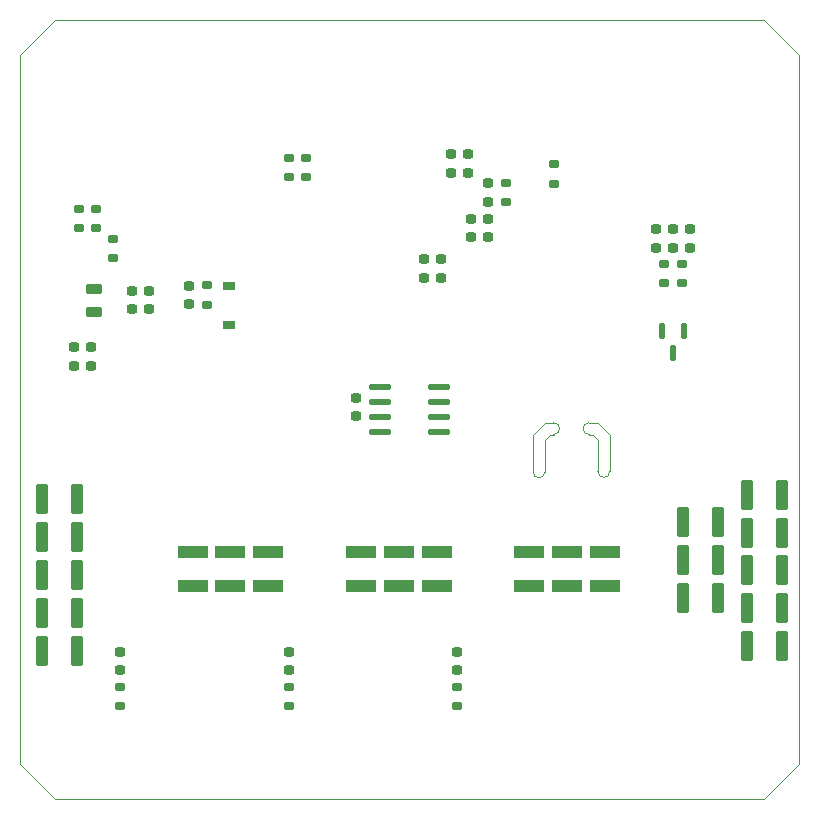
<source format=gbp>
%TF.GenerationSoftware,KiCad,Pcbnew,(5.99.0-10830-g25678ee00d)*%
%TF.CreationDate,2021-08-24T11:38:22+02:00*%
%TF.ProjectId,OpenTurn,4f70656e-5475-4726-9e2e-6b696361645f,rev?*%
%TF.SameCoordinates,Original*%
%TF.FileFunction,Paste,Bot*%
%TF.FilePolarity,Positive*%
%FSLAX46Y46*%
G04 Gerber Fmt 4.6, Leading zero omitted, Abs format (unit mm)*
G04 Created by KiCad (PCBNEW (5.99.0-10830-g25678ee00d)) date 2021-08-24 11:38:22*
%MOMM*%
%LPD*%
G01*
G04 APERTURE LIST*
G04 Aperture macros list*
%AMRoundRect*
0 Rectangle with rounded corners*
0 $1 Rounding radius*
0 $2 $3 $4 $5 $6 $7 $8 $9 X,Y pos of 4 corners*
0 Add a 4 corners polygon primitive as box body*
4,1,4,$2,$3,$4,$5,$6,$7,$8,$9,$2,$3,0*
0 Add four circle primitives for the rounded corners*
1,1,$1+$1,$2,$3*
1,1,$1+$1,$4,$5*
1,1,$1+$1,$6,$7*
1,1,$1+$1,$8,$9*
0 Add four rect primitives between the rounded corners*
20,1,$1+$1,$2,$3,$4,$5,0*
20,1,$1+$1,$4,$5,$6,$7,0*
20,1,$1+$1,$6,$7,$8,$9,0*
20,1,$1+$1,$8,$9,$2,$3,0*%
G04 Aperture macros list end*
%TA.AperFunction,Profile*%
%ADD10C,0.050000*%
%TD*%
%ADD11RoundRect,0.175000X-0.250000X0.175000X-0.250000X-0.175000X0.250000X-0.175000X0.250000X0.175000X0*%
%ADD12RoundRect,0.200000X0.225000X-0.200000X0.225000X0.200000X-0.225000X0.200000X-0.225000X-0.200000X0*%
%ADD13RoundRect,0.225000X-0.450000X0.225000X-0.450000X-0.225000X0.450000X-0.225000X0.450000X0.225000X0*%
%ADD14RoundRect,0.200000X-0.225000X0.200000X-0.225000X-0.200000X0.225000X-0.200000X0.225000X0.200000X0*%
%ADD15RoundRect,0.125000X0.800000X0.125000X-0.800000X0.125000X-0.800000X-0.125000X0.800000X-0.125000X0*%
%ADD16RoundRect,0.228261X1.071739X-0.296739X1.071739X0.296739X-1.071739X0.296739X-1.071739X-0.296739X0*%
%ADD17RoundRect,0.228261X-0.296739X-1.071739X0.296739X-1.071739X0.296739X1.071739X-0.296739X1.071739X0*%
%ADD18RoundRect,0.175000X0.250000X-0.175000X0.250000X0.175000X-0.250000X0.175000X-0.250000X-0.175000X0*%
%ADD19RoundRect,0.228261X0.296739X1.071739X-0.296739X1.071739X-0.296739X-1.071739X0.296739X-1.071739X0*%
%ADD20RoundRect,0.125000X-0.125000X0.562500X-0.125000X-0.562500X0.125000X-0.562500X0.125000X0.562500X0*%
%ADD21R,1.100000X0.800000*%
G04 APERTURE END LIST*
D10*
X94000000Y-157000000D02*
X93999999Y-97000000D01*
X156999999Y-94000000D02*
X96999999Y-94000000D01*
X139200002Y-129125000D02*
X138874998Y-129125000D01*
X143950000Y-129150000D02*
X142925000Y-128125000D01*
X142199998Y-129125000D02*
X142525000Y-129125000D01*
X156999999Y-94000000D02*
X160000000Y-97000000D01*
X142925000Y-128125000D02*
X142200002Y-128125000D01*
X138874998Y-129125000D02*
X138449998Y-129550000D01*
X96999999Y-94000000D02*
X93999999Y-97000000D01*
X139199998Y-128125000D02*
G75*
G02*
X139200002Y-129125000I2J-500000D01*
G01*
X160000000Y-157000000D02*
X160000000Y-97000000D01*
X138474998Y-128125000D02*
X139199998Y-128125000D01*
X97000000Y-160000000D02*
X94000000Y-157000000D01*
X138450000Y-132275000D02*
G75*
G02*
X137450000Y-132275000I-500000J0D01*
G01*
X137450000Y-132275000D02*
X137449998Y-129150000D01*
X142950000Y-132250000D02*
X142950000Y-129550000D01*
X97000000Y-160000000D02*
X157000000Y-160000000D01*
X142525000Y-129125000D02*
X142950000Y-129550000D01*
X142200002Y-128125000D02*
G75*
G03*
X142199998Y-129125000I-2J-500000D01*
G01*
X142950000Y-132250000D02*
G75*
G03*
X143950000Y-132250000I500000J0D01*
G01*
X137449998Y-129150000D02*
X138474998Y-128125000D01*
X138450000Y-132275000D02*
X138449998Y-129550000D01*
X143950000Y-132250000D02*
X143950000Y-129150000D01*
X157000000Y-160000000D02*
X160000000Y-157000000D01*
D11*
X116750000Y-105675000D03*
X116750000Y-107325000D03*
X118225000Y-105674999D03*
X118225000Y-107324999D03*
D12*
X133649998Y-112395169D03*
X133649998Y-110845169D03*
X128200004Y-115849999D03*
X128200004Y-114299999D03*
X129674999Y-115849999D03*
X129674999Y-114299999D03*
X98575000Y-123300000D03*
X98575000Y-121750000D03*
D13*
X100300000Y-116825000D03*
X100300000Y-118725000D03*
D14*
X130500000Y-105400000D03*
X130500000Y-106950000D03*
X131974998Y-105400000D03*
X131974998Y-106950000D03*
D12*
X100050000Y-123300000D03*
X100050000Y-121750000D03*
X132165000Y-112395169D03*
X132165000Y-110845169D03*
D15*
X129475000Y-125095000D03*
X129475000Y-126365000D03*
X129475000Y-127635000D03*
X129475000Y-128905000D03*
X124525000Y-128905000D03*
X124525000Y-127635000D03*
X124525000Y-126365000D03*
X124525000Y-125095000D03*
D12*
X149300000Y-113300000D03*
X149300000Y-111750000D03*
D16*
X129300000Y-141985669D03*
X129300000Y-139035669D03*
D17*
X155600000Y-134225000D03*
X158550000Y-134225000D03*
D16*
X122900000Y-141985669D03*
X122900000Y-139035669D03*
D14*
X108350000Y-116549999D03*
X108350000Y-118099999D03*
D11*
X116775000Y-150460669D03*
X116775000Y-152110669D03*
X131025000Y-150460669D03*
X131025000Y-152110669D03*
D16*
X126100000Y-141985669D03*
X126100000Y-139035669D03*
D14*
X102500000Y-147500000D03*
X102500000Y-149050000D03*
D17*
X95875000Y-137825000D03*
X98825000Y-137825000D03*
D12*
X122425000Y-127575000D03*
X122425000Y-126025000D03*
D18*
X135125000Y-109450000D03*
X135125000Y-107800000D03*
D11*
X100450000Y-110025000D03*
X100450000Y-111675000D03*
D18*
X101925000Y-114200000D03*
X101925000Y-112550000D03*
D11*
X98975000Y-110025000D03*
X98975000Y-111675000D03*
D14*
X133650000Y-107850000D03*
X133650000Y-109400000D03*
D11*
X102500000Y-150460669D03*
X102500000Y-152110669D03*
X109825000Y-116500000D03*
X109825000Y-118150000D03*
D12*
X147825000Y-113300001D03*
X147825000Y-111750001D03*
D17*
X95875000Y-141025000D03*
X98825000Y-141025000D03*
D14*
X116750000Y-147500000D03*
X116750000Y-149050000D03*
D19*
X153100000Y-139724999D03*
X150150000Y-139724999D03*
D16*
X115025000Y-141985669D03*
X115025000Y-139035669D03*
D14*
X104975000Y-116975000D03*
X104975000Y-118525000D03*
D20*
X148350000Y-120337500D03*
X150250000Y-120337500D03*
X149300000Y-122212500D03*
D17*
X95875000Y-147425000D03*
X98825000Y-147425000D03*
D16*
X140324999Y-141985669D03*
X140324999Y-139035669D03*
D17*
X95875000Y-144225000D03*
X98825000Y-144225000D03*
D19*
X153100000Y-142924999D03*
X150150000Y-142924999D03*
D16*
X143524999Y-141985669D03*
X143524999Y-139035669D03*
D18*
X148550000Y-116325000D03*
X148550000Y-114675000D03*
D17*
X95875000Y-134625000D03*
X98825000Y-134625000D03*
D14*
X131025000Y-147500000D03*
X131025000Y-149050000D03*
D17*
X155600000Y-137425000D03*
X158550000Y-137425000D03*
D18*
X139225000Y-107875000D03*
X139225000Y-106225000D03*
D14*
X103500000Y-116975000D03*
X103500000Y-118525000D03*
D21*
X111725000Y-116550000D03*
X111725000Y-119850000D03*
D17*
X155600000Y-143825000D03*
X158550000Y-143825000D03*
D12*
X150775000Y-113300001D03*
X150775000Y-111750001D03*
D16*
X111825000Y-141985669D03*
X111825000Y-139035669D03*
X108625000Y-141985669D03*
X108625000Y-139035669D03*
D18*
X150050000Y-116325000D03*
X150050000Y-114675000D03*
D17*
X155600000Y-140625000D03*
X158550000Y-140625000D03*
X155600000Y-147025000D03*
X158550000Y-147025000D03*
D19*
X153100000Y-136525000D03*
X150150000Y-136525000D03*
D16*
X137125000Y-141985669D03*
X137125000Y-139035669D03*
M02*

</source>
